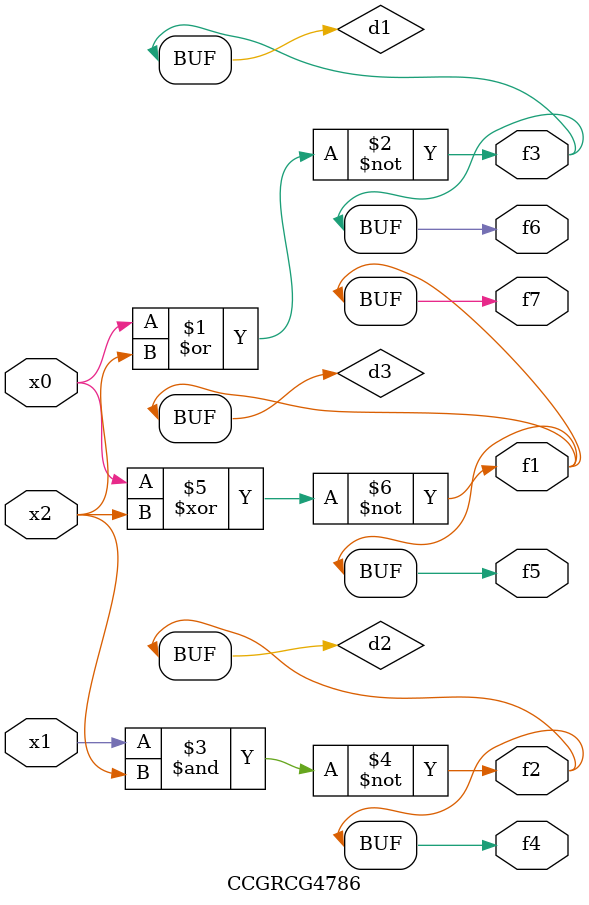
<source format=v>
module CCGRCG4786(
	input x0, x1, x2,
	output f1, f2, f3, f4, f5, f6, f7
);

	wire d1, d2, d3;

	nor (d1, x0, x2);
	nand (d2, x1, x2);
	xnor (d3, x0, x2);
	assign f1 = d3;
	assign f2 = d2;
	assign f3 = d1;
	assign f4 = d2;
	assign f5 = d3;
	assign f6 = d1;
	assign f7 = d3;
endmodule

</source>
